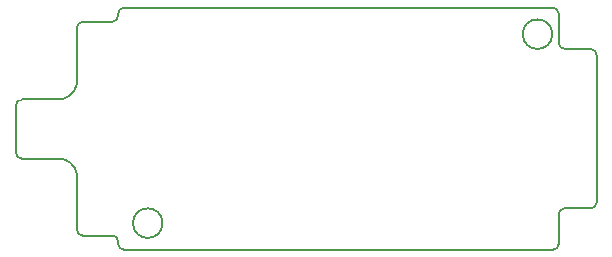
<source format=gbr>
%TF.GenerationSoftware,KiCad,Pcbnew,(6.0.7)*%
%TF.CreationDate,2022-08-24T15:08:17+02:00*%
%TF.ProjectId,diff-probe,64696666-2d70-4726-9f62-652e6b696361,rev?*%
%TF.SameCoordinates,Original*%
%TF.FileFunction,Profile,NP*%
%FSLAX46Y46*%
G04 Gerber Fmt 4.6, Leading zero omitted, Abs format (unit mm)*
G04 Created by KiCad (PCBNEW (6.0.7)) date 2022-08-24 15:08:17*
%MOMM*%
%LPD*%
G01*
G04 APERTURE LIST*
%TA.AperFunction,Profile*%
%ADD10C,0.200000*%
%TD*%
G04 APERTURE END LIST*
D10*
X170650000Y-90750000D02*
G75*
G03*
X171150000Y-91250000I500000J0D01*
G01*
X124679050Y-100030000D02*
X124679050Y-96030000D01*
X171150000Y-104750000D02*
X173350000Y-104750000D01*
X128264837Y-95529971D02*
G75*
G03*
X129850000Y-94200000I63J1609571D01*
G01*
X171150000Y-104750000D02*
G75*
G03*
X170650000Y-105250000I-100J-499900D01*
G01*
X133350000Y-107750000D02*
G75*
G03*
X133850000Y-108250000I500000J0D01*
G01*
X130350000Y-88950000D02*
G75*
G03*
X129850000Y-89450000I-100J-499900D01*
G01*
X137100000Y-106000000D02*
G75*
G03*
X137100000Y-106000000I-1250000J0D01*
G01*
X133850000Y-108250000D02*
X170150000Y-108250000D01*
X130350000Y-107050000D02*
X132850000Y-107050000D01*
X173850000Y-91750000D02*
G75*
G03*
X173350000Y-91250000I-500000J0D01*
G01*
X124679100Y-100030000D02*
G75*
G03*
X125179050Y-100530000I500000J0D01*
G01*
X133350000Y-88250000D02*
X133350000Y-88450000D01*
X170650000Y-90750000D02*
X170650000Y-88250000D01*
X133350000Y-107550000D02*
G75*
G03*
X132850000Y-107050000I-500000J0D01*
G01*
X170100000Y-90000000D02*
G75*
G03*
X170100000Y-90000000I-1250000J0D01*
G01*
X170650000Y-107750000D02*
X170650000Y-105250000D01*
X129850000Y-106550000D02*
G75*
G03*
X130350000Y-107050000I500000J0D01*
G01*
X170150000Y-87750000D02*
X133850000Y-87750000D01*
X129850000Y-89450000D02*
X129850000Y-94200000D01*
X125179050Y-100530000D02*
X128264837Y-100530000D01*
X129850000Y-101800000D02*
X129850000Y-106550000D01*
X170150000Y-108250000D02*
G75*
G03*
X170650000Y-107750000I-100J500100D01*
G01*
X132850000Y-88950000D02*
G75*
G03*
X133350000Y-88450000I-100J500100D01*
G01*
X133850000Y-87750000D02*
G75*
G03*
X133350000Y-88250000I-100J-499900D01*
G01*
X133350000Y-107550000D02*
X133350000Y-107750000D01*
X170650000Y-88250000D02*
G75*
G03*
X170150000Y-87750000I-500000J0D01*
G01*
X173350000Y-104750000D02*
G75*
G03*
X173850000Y-104250000I-100J500100D01*
G01*
X125179050Y-95529950D02*
G75*
G03*
X124679050Y-96030000I50J-500050D01*
G01*
X173850000Y-104250000D02*
X173850000Y-91750000D01*
X129849943Y-101825011D02*
G75*
G03*
X128264837Y-100530000I-1555043J-285789D01*
G01*
X128264837Y-95530000D02*
X125179050Y-95530000D01*
X173350000Y-91250000D02*
X171150000Y-91250000D01*
X132850000Y-88950000D02*
X130350000Y-88950000D01*
M02*

</source>
